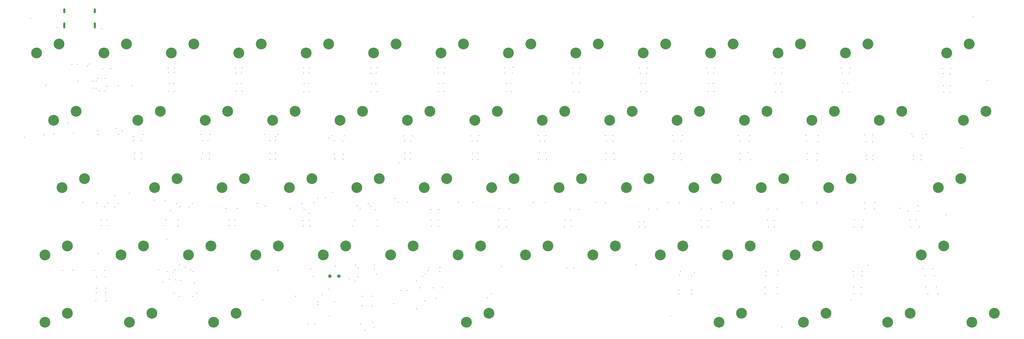
<source format=gbr>
%TF.GenerationSoftware,KiCad,Pcbnew,8.0.3*%
%TF.CreationDate,2024-11-03T23:45:15+08:00*%
%TF.ProjectId,PH60_Rev2,50483630-5f52-4657-9632-2e6b69636164,rev?*%
%TF.SameCoordinates,Original*%
%TF.FileFunction,Plated,1,2,PTH,Mixed*%
%TF.FilePolarity,Positive*%
%FSLAX46Y46*%
G04 Gerber Fmt 4.6, Leading zero omitted, Abs format (unit mm)*
G04 Created by KiCad (PCBNEW 8.0.3) date 2024-11-03 23:45:15*
%MOMM*%
%LPD*%
G01*
G04 APERTURE LIST*
%TA.AperFunction,ViaDrill*%
%ADD10C,0.200000*%
%TD*%
%TA.AperFunction,ComponentDrill*%
%ADD11C,0.200000*%
%TD*%
%TA.AperFunction,ViaDrill*%
%ADD12C,0.300000*%
%TD*%
G04 aperture for slot hole*
%TA.AperFunction,ComponentDrill*%
%ADD13C,0.600000*%
%TD*%
%TA.AperFunction,ComponentDrill*%
%ADD14C,1.000000*%
%TD*%
%TA.AperFunction,ComponentDrill*%
%ADD15C,3.050000*%
%TD*%
G04 APERTURE END LIST*
D10*
X118325000Y-117685000D03*
D11*
%TO.C,U3*%
X127550000Y-112050000D03*
X127550000Y-114750000D03*
X130250000Y-112050000D03*
X130250000Y-114750000D03*
%TD*%
D12*
X32245000Y-67035000D03*
X33845000Y-33435000D03*
X37555000Y-66415000D03*
X38125000Y-52350000D03*
X40345000Y-66095000D03*
X41375000Y-35985000D03*
X42885000Y-104745000D03*
X44515000Y-62935000D03*
X45485000Y-46375000D03*
X45775000Y-104625000D03*
X45935000Y-65865000D03*
X46965000Y-46375000D03*
X47275000Y-51125000D03*
X48665000Y-85525000D03*
X49819479Y-46930521D03*
X50420521Y-46329479D03*
X51490000Y-51115000D03*
X51490000Y-53185000D03*
X51875000Y-104695000D03*
X52335000Y-113265000D03*
X52340000Y-51115000D03*
X52340000Y-53185000D03*
X52345000Y-111075000D03*
X52475000Y-106505000D03*
X52525000Y-85655000D03*
X52535000Y-109765000D03*
X52835000Y-50355000D03*
X52915000Y-65215000D03*
X52985000Y-99945000D03*
X52995000Y-66305000D03*
X53245000Y-53950000D03*
X53725000Y-90475000D03*
X53885000Y-36355000D03*
X53945000Y-92055000D03*
X54235000Y-47625000D03*
X54735000Y-104695000D03*
X54855000Y-86695000D03*
X54900000Y-53950000D03*
X54920000Y-50355000D03*
X54935000Y-106545000D03*
X54985000Y-109755000D03*
X55065000Y-111115000D03*
X55185000Y-113245000D03*
X55425000Y-52550000D03*
X55535000Y-90475000D03*
X55665000Y-85655000D03*
X55865000Y-92035000D03*
X56655000Y-47575000D03*
X57615000Y-86765000D03*
X57655000Y-83515000D03*
X58060000Y-64550000D03*
X58555000Y-85785000D03*
X58615000Y-52525000D03*
X58745000Y-66205000D03*
X59745000Y-65265000D03*
X61755000Y-82795000D03*
X62650000Y-52500000D03*
X62765000Y-66895000D03*
X62955000Y-67968750D03*
X63181250Y-73168750D03*
X63275000Y-71500000D03*
X65050000Y-71525000D03*
X65131250Y-73168750D03*
X65175000Y-67968750D03*
X65695000Y-66205000D03*
X68815000Y-84875000D03*
X70005000Y-104615000D03*
X71195000Y-107915000D03*
X71665000Y-92035000D03*
X71815000Y-85035000D03*
X72135000Y-90375000D03*
X72335000Y-95835000D03*
X72445000Y-105055000D03*
X72665000Y-47445000D03*
X72831250Y-48793750D03*
X72925000Y-54000000D03*
X73000000Y-51825000D03*
X73035000Y-107265000D03*
X73385000Y-87775000D03*
X74074479Y-105235521D03*
X74325000Y-51825000D03*
X74385000Y-111125000D03*
X74406250Y-48793750D03*
X74500000Y-54000000D03*
X74555000Y-47395000D03*
X74675521Y-104634479D03*
X74715000Y-107325000D03*
X75085000Y-85795000D03*
X75475000Y-90500000D03*
X75555000Y-92135000D03*
X75925000Y-103155000D03*
X75945000Y-112085000D03*
X76085000Y-86735000D03*
X76245000Y-107535000D03*
X77575000Y-103825000D03*
X78655000Y-86785000D03*
X79094479Y-104494479D03*
X79535000Y-85775000D03*
X79655000Y-112075000D03*
X79695521Y-105095521D03*
X80185000Y-108255000D03*
X80855000Y-111145000D03*
X81915000Y-66205000D03*
X82215000Y-73165000D03*
X82400000Y-71525000D03*
X82420000Y-67965000D03*
X83995000Y-67965000D03*
X84285000Y-71525000D03*
X84385000Y-73240000D03*
X84575000Y-66225000D03*
X88145000Y-84265000D03*
X89055000Y-87215000D03*
X89885000Y-90395000D03*
X89915000Y-92055000D03*
X91605000Y-90475000D03*
X91755000Y-92065000D03*
X91785000Y-47405000D03*
X91931250Y-48818750D03*
X92025000Y-54025000D03*
X92075000Y-51850000D03*
X92225000Y-87185000D03*
X93400000Y-51850000D03*
X93456250Y-48818750D03*
X93575000Y-54050000D03*
X93625000Y-47345000D03*
X97825000Y-85785000D03*
X99535000Y-113035000D03*
X100005000Y-66175000D03*
X100155000Y-86495000D03*
X101465625Y-71565625D03*
X101520000Y-67990000D03*
X101572813Y-73240000D03*
X103040625Y-71565625D03*
X103045000Y-67990000D03*
X103105000Y-66895000D03*
X103122813Y-73215000D03*
X103745000Y-66215000D03*
X103785000Y-104765000D03*
X107165000Y-87295000D03*
X108675000Y-111975000D03*
X110575000Y-85775000D03*
X110785000Y-90625000D03*
X110925000Y-92155000D03*
X110956250Y-48868750D03*
X110995000Y-47365000D03*
X111050000Y-54075000D03*
X111100000Y-51825000D03*
X111105000Y-87445000D03*
X112145000Y-119825000D03*
X112425000Y-51825000D03*
X112481250Y-48868750D03*
X112575000Y-54075000D03*
X112575000Y-90615000D03*
X112615000Y-88525000D03*
X112645000Y-47375000D03*
X112735000Y-92145000D03*
X113105000Y-104235000D03*
X113700000Y-106420000D03*
X113965000Y-85535000D03*
X114265000Y-119825000D03*
X114925000Y-84225000D03*
X115025000Y-113560000D03*
X115025000Y-114410000D03*
X116315000Y-111625000D03*
X117115000Y-84105000D03*
X118155000Y-109985000D03*
X118165000Y-67245000D03*
X118895000Y-66575000D03*
X119195000Y-82665000D03*
X119685000Y-71805000D03*
X119705608Y-113600000D03*
X119725000Y-68015000D03*
X119825000Y-73190000D03*
X119905000Y-103465000D03*
X122070000Y-68040000D03*
X122147813Y-73215000D03*
X122265000Y-71825000D03*
X122515000Y-66645000D03*
X123965000Y-107105000D03*
X124745000Y-92145000D03*
X125455000Y-90555000D03*
X125567500Y-107750000D03*
X125725000Y-103205000D03*
X126095000Y-86485000D03*
X126395000Y-104035000D03*
X126395000Y-106485000D03*
X126975000Y-87355000D03*
X127135000Y-119825000D03*
X128315000Y-121685000D03*
X129275000Y-85865000D03*
X129930000Y-86560000D03*
X129975000Y-47365000D03*
X130031250Y-48893750D03*
X130125000Y-54100000D03*
X130150000Y-51825000D03*
X130445000Y-119355000D03*
X130955000Y-120915000D03*
X130975000Y-104295000D03*
X131075000Y-103125000D03*
X131275000Y-87545000D03*
X131475000Y-51825000D03*
X131505000Y-105865000D03*
X131581250Y-48918750D03*
X131675000Y-54125000D03*
X131735000Y-47315000D03*
X131845000Y-90500000D03*
X131875000Y-92325000D03*
X136425000Y-114115000D03*
X136795000Y-84365000D03*
X137705000Y-85475000D03*
X137965000Y-74305000D03*
X138465000Y-110355000D03*
X139235000Y-66635000D03*
X139548750Y-71485000D03*
X139620000Y-68065000D03*
X139697813Y-73240000D03*
X140295000Y-110365000D03*
X140395000Y-85455000D03*
X141098750Y-71465000D03*
X141170000Y-68090000D03*
X141222813Y-73240000D03*
X141695000Y-66665000D03*
X142895000Y-107725000D03*
X142965000Y-115565000D03*
X143785000Y-109615000D03*
X144625000Y-106425000D03*
X145245000Y-113305000D03*
X145425000Y-105675000D03*
X146205000Y-104825000D03*
X146335000Y-103975000D03*
X146925000Y-90515000D03*
X146995000Y-87445000D03*
X147105000Y-92225000D03*
X147655000Y-109605000D03*
X148325000Y-112495000D03*
X148965000Y-47405000D03*
X149056250Y-48893750D03*
X149085000Y-90455000D03*
X149135000Y-92285000D03*
X149150000Y-54100000D03*
X149200000Y-51825000D03*
X149275000Y-87475000D03*
X149535000Y-104945000D03*
X149605000Y-103915000D03*
X150225000Y-109605000D03*
X150525000Y-51825000D03*
X150606250Y-48868750D03*
X150700000Y-54075000D03*
X150855000Y-47355000D03*
X154705000Y-85465000D03*
X158255000Y-66665000D03*
X158645000Y-68065000D03*
X158708750Y-71515000D03*
X158722813Y-73290000D03*
X158765000Y-85505000D03*
X160195000Y-68040000D03*
X160247813Y-73290000D03*
X160258750Y-71495000D03*
X160505000Y-66565000D03*
X162995000Y-112445000D03*
X164055000Y-111215000D03*
X166105000Y-90455000D03*
X166195000Y-92335000D03*
X166375000Y-87245000D03*
X166965000Y-103595000D03*
X167805000Y-47335000D03*
X167835000Y-48868750D03*
X168085000Y-90485000D03*
X168250000Y-51825000D03*
X168250000Y-54100000D03*
X168355000Y-92365000D03*
X169075000Y-87315000D03*
X169575000Y-51825000D03*
X169650000Y-54150000D03*
X170025000Y-48943750D03*
X170175000Y-47275000D03*
X175915000Y-85505000D03*
X177325000Y-73315000D03*
X177365000Y-66545000D03*
X177585000Y-71435000D03*
X177745000Y-68065000D03*
X179145000Y-68115000D03*
X179375000Y-85545000D03*
X179415000Y-71445000D03*
X179455000Y-66555000D03*
X179675000Y-73390000D03*
X184755000Y-92355000D03*
X184925000Y-90535000D03*
X185375000Y-103985000D03*
X186225000Y-87395000D03*
X186475000Y-90575000D03*
X186665000Y-92325000D03*
X186945000Y-51535000D03*
X186975000Y-47345000D03*
X187206250Y-48918750D03*
X187300000Y-54125000D03*
X187455000Y-104025000D03*
X188781250Y-48943750D03*
X188825000Y-87425000D03*
X188875000Y-54150000D03*
X189055000Y-47385000D03*
X189065000Y-51565000D03*
X193555000Y-85545000D03*
X196275000Y-66515000D03*
X196325000Y-85635000D03*
X196345000Y-73390000D03*
X196445000Y-71575000D03*
X196655000Y-68115000D03*
X198365000Y-66585000D03*
X198415625Y-68115000D03*
X198695000Y-71575000D03*
X198855000Y-73340000D03*
X204935000Y-103135000D03*
X205705000Y-90985000D03*
X205875000Y-47385000D03*
X205905000Y-92395000D03*
X206156250Y-48918750D03*
X206250000Y-54125000D03*
X206350000Y-51825000D03*
X207225000Y-91005000D03*
X207535000Y-92415000D03*
X207675000Y-51825000D03*
X207881250Y-48893750D03*
X207975000Y-54100000D03*
X208135000Y-47385000D03*
X208485000Y-87405000D03*
X210915000Y-87405000D03*
X213945000Y-85495000D03*
X214715000Y-117485000D03*
X215275000Y-66545000D03*
X215515000Y-73340000D03*
X215645000Y-68115000D03*
X215710625Y-71620625D03*
X217045000Y-110225000D03*
X217045000Y-111295000D03*
X217125000Y-85555000D03*
X217215000Y-106055000D03*
X217445000Y-71620625D03*
X217465000Y-104965000D03*
X217735000Y-73390000D03*
X217765000Y-68165000D03*
X218035000Y-66555000D03*
X220675000Y-110265000D03*
X220695000Y-111325000D03*
X220735000Y-106245000D03*
X221435000Y-105375000D03*
X223235000Y-90585000D03*
X223425000Y-87375000D03*
X223505000Y-92435000D03*
X224855000Y-47305000D03*
X225115000Y-92375000D03*
X225195000Y-90575000D03*
X225256250Y-48918750D03*
X225350000Y-54125000D03*
X225400000Y-51825000D03*
X226235000Y-87285000D03*
X226725000Y-51825000D03*
X226906250Y-48918750D03*
X227000000Y-54125000D03*
X227105000Y-47295000D03*
X229155000Y-85515000D03*
X232535000Y-85575000D03*
X233835000Y-66525000D03*
X234265000Y-68165000D03*
X234305000Y-73390000D03*
X234435000Y-71505000D03*
X236615000Y-71485000D03*
X236935000Y-68190000D03*
X237115000Y-66505000D03*
X237245000Y-73415000D03*
X241365000Y-109475000D03*
X241405000Y-111285000D03*
X241615000Y-106145000D03*
X241635000Y-105055000D03*
X242085000Y-90505000D03*
X242255000Y-87335000D03*
X242375000Y-92385000D03*
X243955000Y-90575000D03*
X244085000Y-92435000D03*
X244095000Y-47445000D03*
X244231250Y-48968750D03*
X244325000Y-54175000D03*
X244450000Y-51825000D03*
X244815000Y-87335000D03*
X244845000Y-109525000D03*
X244875000Y-105995000D03*
X244875000Y-111365000D03*
X245155000Y-104935000D03*
X245775000Y-51825000D03*
X246056250Y-48943750D03*
X246150000Y-54150000D03*
X246165000Y-120855000D03*
X246285000Y-47445000D03*
X251885000Y-85505000D03*
X252955000Y-66475000D03*
X253095000Y-68190000D03*
X253305000Y-71605000D03*
X253445000Y-73415000D03*
X256015000Y-85585000D03*
X256025000Y-73465000D03*
X256055000Y-71625000D03*
X256365000Y-68240000D03*
X256465000Y-66555000D03*
X262865000Y-47445000D03*
X263231250Y-48968750D03*
X263325000Y-54175000D03*
X263500000Y-51825000D03*
X264825000Y-51825000D03*
X265206250Y-48943750D03*
X265300000Y-54150000D03*
X265415000Y-47445000D03*
X265865000Y-113005000D03*
X266335000Y-104995000D03*
X266435000Y-106115000D03*
X266455000Y-109495000D03*
X266605000Y-111355000D03*
X266615000Y-92435000D03*
X266675000Y-90365000D03*
X268575000Y-111395000D03*
X268635000Y-109555000D03*
X268765000Y-106175000D03*
X268825000Y-92465000D03*
X268855000Y-104995000D03*
X269325000Y-90495000D03*
X269525000Y-85585000D03*
X269645000Y-87305000D03*
X269655000Y-66415000D03*
X269925000Y-68265000D03*
X270055000Y-72165000D03*
X270125000Y-73415000D03*
X270545000Y-103325000D03*
X271745000Y-68295000D03*
X271875000Y-66405000D03*
X271875000Y-73425000D03*
X271935000Y-72205000D03*
X272375000Y-87305000D03*
X272465000Y-85525000D03*
X279645000Y-87095000D03*
X281775000Y-87925000D03*
X282405000Y-90425000D03*
X282625000Y-92415000D03*
X282955000Y-66105000D03*
X283305000Y-66905000D03*
X283365000Y-72155000D03*
X283365000Y-73425000D03*
X284125000Y-90485000D03*
X284655000Y-86395000D03*
X284735000Y-87965000D03*
X285085000Y-92355000D03*
X285435000Y-73375000D03*
X285535000Y-72155000D03*
X285955000Y-104245000D03*
X286015000Y-67395000D03*
X286575000Y-106175000D03*
X286795000Y-109375000D03*
X287025000Y-66235000D03*
X287435000Y-111445000D03*
X288785000Y-104195000D03*
X289245000Y-106135000D03*
X289835000Y-109425000D03*
X290325000Y-111445000D03*
X291515000Y-47585000D03*
X291806250Y-49043750D03*
X291850000Y-52400000D03*
X291900000Y-54250000D03*
X292505000Y-89015000D03*
X293631250Y-49118750D03*
X293725000Y-54325000D03*
X293750000Y-52400000D03*
X293915000Y-47555000D03*
X296995000Y-70015000D03*
X300165000Y-32945000D03*
X304250000Y-50950000D03*
D13*
%TO.C,J1*%
X43305000Y-31575000D02*
X43305000Y-30775000D01*
X43305000Y-35905000D02*
X43305000Y-34805000D01*
X51945000Y-31575000D02*
X51945000Y-30775000D01*
X51945000Y-35905000D02*
X51945000Y-34805000D01*
D14*
%TO.C,J2*%
X118400000Y-106325000D03*
X120940000Y-106325000D03*
D15*
%TO.C,S1*%
X35560000Y-43180000D03*
%TO.C,S42*%
X37941250Y-100330000D03*
%TO.C,S55*%
X37941250Y-119380000D03*
%TO.C,S15*%
X40322500Y-62230000D03*
%TO.C,S1*%
X41910000Y-40640000D03*
%TO.C,S29*%
X42703750Y-81280000D03*
%TO.C,S42*%
X44291250Y-97790000D03*
%TO.C,S55*%
X44291250Y-116840000D03*
%TO.C,S15*%
X46672500Y-59690000D03*
%TO.C,S29*%
X49053750Y-78740000D03*
%TO.C,S2*%
X54610000Y-43180000D03*
%TO.C,S43*%
X59372500Y-100330000D03*
%TO.C,S2*%
X60960000Y-40640000D03*
%TO.C,S56*%
X61753750Y-119380000D03*
%TO.C,S16*%
X64135000Y-62230000D03*
%TO.C,S43*%
X65722500Y-97790000D03*
%TO.C,S56*%
X68103750Y-116840000D03*
%TO.C,S30*%
X68897500Y-81280000D03*
%TO.C,S16*%
X70485000Y-59690000D03*
%TO.C,S3*%
X73660000Y-43180000D03*
%TO.C,S30*%
X75247500Y-78740000D03*
%TO.C,S44*%
X78422500Y-100330000D03*
%TO.C,S3*%
X80010000Y-40640000D03*
%TO.C,S17*%
X83185000Y-62230000D03*
%TO.C,S44*%
X84772500Y-97790000D03*
%TO.C,S57*%
X85566250Y-119380000D03*
%TO.C,S31*%
X87947500Y-81280000D03*
%TO.C,S17*%
X89535000Y-59690000D03*
%TO.C,S57*%
X91916250Y-116840000D03*
%TO.C,S4*%
X92710000Y-43180000D03*
%TO.C,S31*%
X94297500Y-78740000D03*
%TO.C,S45*%
X97472500Y-100330000D03*
%TO.C,S4*%
X99060000Y-40640000D03*
%TO.C,S18*%
X102235000Y-62230000D03*
%TO.C,S45*%
X103822500Y-97790000D03*
%TO.C,S32*%
X106997500Y-81280000D03*
%TO.C,S18*%
X108585000Y-59690000D03*
%TO.C,S5*%
X111760000Y-43180000D03*
%TO.C,S32*%
X113347500Y-78740000D03*
%TO.C,S46*%
X116522500Y-100330000D03*
%TO.C,S5*%
X118110000Y-40640000D03*
%TO.C,S19*%
X121285000Y-62230000D03*
%TO.C,S46*%
X122872500Y-97790000D03*
%TO.C,S33*%
X126047500Y-81280000D03*
%TO.C,S19*%
X127635000Y-59690000D03*
%TO.C,S6*%
X130810000Y-43180000D03*
%TO.C,S33*%
X132397500Y-78740000D03*
%TO.C,S47*%
X135572500Y-100330000D03*
%TO.C,S6*%
X137160000Y-40640000D03*
%TO.C,S20*%
X140335000Y-62230000D03*
%TO.C,S47*%
X141922500Y-97790000D03*
%TO.C,S34*%
X145097500Y-81280000D03*
%TO.C,S20*%
X146685000Y-59690000D03*
%TO.C,S7*%
X149860000Y-43180000D03*
%TO.C,S34*%
X151447500Y-78740000D03*
%TO.C,S48*%
X154622500Y-100330000D03*
%TO.C,S7*%
X156210000Y-40640000D03*
%TO.C,S58*%
X157003750Y-119380000D03*
%TO.C,S21*%
X159385000Y-62230000D03*
%TO.C,S48*%
X160972500Y-97790000D03*
%TO.C,S58*%
X163353750Y-116840000D03*
%TO.C,S35*%
X164147500Y-81280000D03*
%TO.C,S21*%
X165735000Y-59690000D03*
%TO.C,S8*%
X168910000Y-43180000D03*
%TO.C,S35*%
X170497500Y-78740000D03*
%TO.C,S49*%
X173672500Y-100330000D03*
%TO.C,S8*%
X175260000Y-40640000D03*
%TO.C,S22*%
X178435000Y-62230000D03*
%TO.C,S49*%
X180022500Y-97790000D03*
%TO.C,S36*%
X183197500Y-81280000D03*
%TO.C,S22*%
X184785000Y-59690000D03*
%TO.C,S9*%
X187960000Y-43180000D03*
%TO.C,S36*%
X189547500Y-78740000D03*
%TO.C,S50*%
X192722500Y-100330000D03*
%TO.C,S9*%
X194310000Y-40640000D03*
%TO.C,S23*%
X197485000Y-62230000D03*
%TO.C,S50*%
X199072500Y-97790000D03*
%TO.C,S37*%
X202247500Y-81280000D03*
%TO.C,S23*%
X203835000Y-59690000D03*
%TO.C,S10*%
X207010000Y-43180000D03*
%TO.C,S37*%
X208597500Y-78740000D03*
%TO.C,S51*%
X211772500Y-100330000D03*
%TO.C,S10*%
X213360000Y-40640000D03*
%TO.C,S24*%
X216535000Y-62230000D03*
%TO.C,S51*%
X218122500Y-97790000D03*
%TO.C,S38*%
X221297500Y-81280000D03*
%TO.C,S24*%
X222885000Y-59690000D03*
%TO.C,S11*%
X226060000Y-43180000D03*
%TO.C,S38*%
X227647500Y-78740000D03*
%TO.C,S59*%
X228441250Y-119380000D03*
%TO.C,S52*%
X230822500Y-100330000D03*
%TO.C,S11*%
X232410000Y-40640000D03*
%TO.C,S59*%
X234791250Y-116840000D03*
%TO.C,S25*%
X235585000Y-62230000D03*
%TO.C,S52*%
X237172500Y-97790000D03*
%TO.C,S39*%
X240347500Y-81280000D03*
%TO.C,S25*%
X241935000Y-59690000D03*
%TO.C,S12*%
X245110000Y-43180000D03*
%TO.C,S39*%
X246697500Y-78740000D03*
%TO.C,S53*%
X249872500Y-100330000D03*
%TO.C,S12*%
X251460000Y-40640000D03*
%TO.C,S60*%
X252253750Y-119380000D03*
%TO.C,S26*%
X254635000Y-62230000D03*
%TO.C,S53*%
X256222500Y-97790000D03*
%TO.C,S60*%
X258603750Y-116840000D03*
%TO.C,S40*%
X259397500Y-81280000D03*
%TO.C,S26*%
X260985000Y-59690000D03*
%TO.C,S13*%
X264160000Y-43180000D03*
%TO.C,S40*%
X265747500Y-78740000D03*
%TO.C,S13*%
X270510000Y-40640000D03*
%TO.C,S27*%
X273685000Y-62230000D03*
%TO.C,S61*%
X276066250Y-119380000D03*
%TO.C,S27*%
X280035000Y-59690000D03*
%TO.C,S61*%
X282416250Y-116840000D03*
%TO.C,S54*%
X285591250Y-100330000D03*
%TO.C,S41*%
X290353750Y-81280000D03*
%TO.C,S54*%
X291941250Y-97790000D03*
%TO.C,S14*%
X292735000Y-43180000D03*
%TO.C,S41*%
X296703750Y-78740000D03*
%TO.C,S28*%
X297497500Y-62230000D03*
%TO.C,S14*%
X299085000Y-40640000D03*
%TO.C,S62*%
X299878750Y-119380000D03*
%TO.C,S28*%
X303847500Y-59690000D03*
%TO.C,S62*%
X306228750Y-116840000D03*
M02*

</source>
